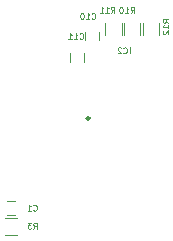
<source format=gbr>
G04 #@! TF.GenerationSoftware,KiCad,Pcbnew,(5.1.4)-1*
G04 #@! TF.CreationDate,2020-08-02T15:41:36-03:00*
G04 #@! TF.ProjectId,esp32_energy_monitor,65737033-325f-4656-9e65-7267795f6d6f,A*
G04 #@! TF.SameCoordinates,PX6d8d2a8PY639eee0*
G04 #@! TF.FileFunction,Legend,Bot*
G04 #@! TF.FilePolarity,Positive*
%FSLAX46Y46*%
G04 Gerber Fmt 4.6, Leading zero omitted, Abs format (unit mm)*
G04 Created by KiCad (PCBNEW (5.1.4)-1) date 2020-08-02 15:41:36*
%MOMM*%
%LPD*%
G04 APERTURE LIST*
%ADD10C,0.120000*%
%ADD11C,0.250000*%
%ADD12C,0.125000*%
G04 APERTURE END LIST*
D10*
G04 #@! TO.C,C1*
X2777000Y10860000D02*
X3477000Y10860000D01*
X3477000Y12060000D02*
X2777000Y12060000D01*
G04 #@! TO.C,C10*
X9427000Y26310000D02*
X9427000Y25610000D01*
X10627000Y25610000D02*
X10627000Y26310000D01*
G04 #@! TO.C,C11*
X9327000Y23810000D02*
X9327000Y24510000D01*
X8127000Y24510000D02*
X8127000Y23810000D01*
D11*
G04 #@! TO.C,IC2*
X9802000Y19010000D02*
G75*
G03X9802000Y19010000I-125000J0D01*
G01*
D10*
G04 #@! TO.C,R3*
X3627000Y10540000D02*
X2627000Y10540000D01*
X2627000Y9180000D02*
X3627000Y9180000D01*
G04 #@! TO.C,R10*
X12747000Y27060000D02*
X12747000Y26060000D01*
X14107000Y26060000D02*
X14107000Y27060000D01*
G04 #@! TO.C,R11*
X12507000Y26060000D02*
X12507000Y27060000D01*
X11147000Y27060000D02*
X11147000Y26060000D01*
G04 #@! TO.C,R12*
X14347000Y27060000D02*
X14347000Y26060000D01*
X15707000Y26060000D02*
X15707000Y27060000D01*
G04 #@! TO.C,C1*
D12*
X5036333Y11251429D02*
X5060142Y11227620D01*
X5131571Y11203810D01*
X5179190Y11203810D01*
X5250619Y11227620D01*
X5298238Y11275239D01*
X5322047Y11322858D01*
X5345857Y11418096D01*
X5345857Y11489524D01*
X5322047Y11584762D01*
X5298238Y11632381D01*
X5250619Y11680000D01*
X5179190Y11703810D01*
X5131571Y11703810D01*
X5060142Y11680000D01*
X5036333Y11656191D01*
X4560142Y11203810D02*
X4845857Y11203810D01*
X4703000Y11203810D02*
X4703000Y11703810D01*
X4750619Y11632381D01*
X4798238Y11584762D01*
X4845857Y11560953D01*
G04 #@! TO.C,C10*
X9973428Y27481429D02*
X9997238Y27457620D01*
X10068666Y27433810D01*
X10116285Y27433810D01*
X10187714Y27457620D01*
X10235333Y27505239D01*
X10259142Y27552858D01*
X10282952Y27648096D01*
X10282952Y27719524D01*
X10259142Y27814762D01*
X10235333Y27862381D01*
X10187714Y27910000D01*
X10116285Y27933810D01*
X10068666Y27933810D01*
X9997238Y27910000D01*
X9973428Y27886191D01*
X9497238Y27433810D02*
X9782952Y27433810D01*
X9640095Y27433810D02*
X9640095Y27933810D01*
X9687714Y27862381D01*
X9735333Y27814762D01*
X9782952Y27790953D01*
X9187714Y27933810D02*
X9140095Y27933810D01*
X9092476Y27910000D01*
X9068666Y27886191D01*
X9044857Y27838572D01*
X9021047Y27743334D01*
X9021047Y27624286D01*
X9044857Y27529048D01*
X9068666Y27481429D01*
X9092476Y27457620D01*
X9140095Y27433810D01*
X9187714Y27433810D01*
X9235333Y27457620D01*
X9259142Y27481429D01*
X9282952Y27529048D01*
X9306761Y27624286D01*
X9306761Y27743334D01*
X9282952Y27838572D01*
X9259142Y27886191D01*
X9235333Y27910000D01*
X9187714Y27933810D01*
G04 #@! TO.C,C11*
X8957428Y25781429D02*
X8981238Y25757620D01*
X9052666Y25733810D01*
X9100285Y25733810D01*
X9171714Y25757620D01*
X9219333Y25805239D01*
X9243142Y25852858D01*
X9266952Y25948096D01*
X9266952Y26019524D01*
X9243142Y26114762D01*
X9219333Y26162381D01*
X9171714Y26210000D01*
X9100285Y26233810D01*
X9052666Y26233810D01*
X8981238Y26210000D01*
X8957428Y26186191D01*
X8481238Y25733810D02*
X8766952Y25733810D01*
X8624095Y25733810D02*
X8624095Y26233810D01*
X8671714Y26162381D01*
X8719333Y26114762D01*
X8766952Y26090953D01*
X8005047Y25733810D02*
X8290761Y25733810D01*
X8147904Y25733810D02*
X8147904Y26233810D01*
X8195523Y26162381D01*
X8243142Y26114762D01*
X8290761Y26090953D01*
G04 #@! TO.C,IC2*
X13188095Y24538810D02*
X13188095Y25038810D01*
X12664285Y24586429D02*
X12688095Y24562620D01*
X12759523Y24538810D01*
X12807142Y24538810D01*
X12878571Y24562620D01*
X12926190Y24610239D01*
X12950000Y24657858D01*
X12973809Y24753096D01*
X12973809Y24824524D01*
X12950000Y24919762D01*
X12926190Y24967381D01*
X12878571Y25015000D01*
X12807142Y25038810D01*
X12759523Y25038810D01*
X12688095Y25015000D01*
X12664285Y24991191D01*
X12473809Y24991191D02*
X12450000Y25015000D01*
X12402380Y25038810D01*
X12283333Y25038810D01*
X12235714Y25015000D01*
X12211904Y24991191D01*
X12188095Y24943572D01*
X12188095Y24895953D01*
X12211904Y24824524D01*
X12497619Y24538810D01*
X12188095Y24538810D01*
G04 #@! TO.C,R3*
X5036333Y9679810D02*
X5203000Y9917905D01*
X5322047Y9679810D02*
X5322047Y10179810D01*
X5131571Y10179810D01*
X5083952Y10156000D01*
X5060142Y10132191D01*
X5036333Y10084572D01*
X5036333Y10013143D01*
X5060142Y9965524D01*
X5083952Y9941715D01*
X5131571Y9917905D01*
X5322047Y9917905D01*
X4869666Y10179810D02*
X4560142Y10179810D01*
X4726809Y9989334D01*
X4655380Y9989334D01*
X4607761Y9965524D01*
X4583952Y9941715D01*
X4560142Y9894096D01*
X4560142Y9775048D01*
X4583952Y9727429D01*
X4607761Y9703620D01*
X4655380Y9679810D01*
X4798238Y9679810D01*
X4845857Y9703620D01*
X4869666Y9727429D01*
G04 #@! TO.C,R10*
X13275428Y27933810D02*
X13442095Y28171905D01*
X13561142Y27933810D02*
X13561142Y28433810D01*
X13370666Y28433810D01*
X13323047Y28410000D01*
X13299238Y28386191D01*
X13275428Y28338572D01*
X13275428Y28267143D01*
X13299238Y28219524D01*
X13323047Y28195715D01*
X13370666Y28171905D01*
X13561142Y28171905D01*
X12799238Y27933810D02*
X13084952Y27933810D01*
X12942095Y27933810D02*
X12942095Y28433810D01*
X12989714Y28362381D01*
X13037333Y28314762D01*
X13084952Y28290953D01*
X12489714Y28433810D02*
X12442095Y28433810D01*
X12394476Y28410000D01*
X12370666Y28386191D01*
X12346857Y28338572D01*
X12323047Y28243334D01*
X12323047Y28124286D01*
X12346857Y28029048D01*
X12370666Y27981429D01*
X12394476Y27957620D01*
X12442095Y27933810D01*
X12489714Y27933810D01*
X12537333Y27957620D01*
X12561142Y27981429D01*
X12584952Y28029048D01*
X12608761Y28124286D01*
X12608761Y28243334D01*
X12584952Y28338572D01*
X12561142Y28386191D01*
X12537333Y28410000D01*
X12489714Y28433810D01*
G04 #@! TO.C,R11*
X11624428Y27967810D02*
X11791095Y28205905D01*
X11910142Y27967810D02*
X11910142Y28467810D01*
X11719666Y28467810D01*
X11672047Y28444000D01*
X11648238Y28420191D01*
X11624428Y28372572D01*
X11624428Y28301143D01*
X11648238Y28253524D01*
X11672047Y28229715D01*
X11719666Y28205905D01*
X11910142Y28205905D01*
X11148238Y27967810D02*
X11433952Y27967810D01*
X11291095Y27967810D02*
X11291095Y28467810D01*
X11338714Y28396381D01*
X11386333Y28348762D01*
X11433952Y28324953D01*
X10672047Y27967810D02*
X10957761Y27967810D01*
X10814904Y27967810D02*
X10814904Y28467810D01*
X10862523Y28396381D01*
X10910142Y28348762D01*
X10957761Y28324953D01*
G04 #@! TO.C,R12*
X16482190Y27118429D02*
X16244095Y27285096D01*
X16482190Y27404143D02*
X15982190Y27404143D01*
X15982190Y27213667D01*
X16006000Y27166048D01*
X16029809Y27142239D01*
X16077428Y27118429D01*
X16148857Y27118429D01*
X16196476Y27142239D01*
X16220285Y27166048D01*
X16244095Y27213667D01*
X16244095Y27404143D01*
X16482190Y26642239D02*
X16482190Y26927953D01*
X16482190Y26785096D02*
X15982190Y26785096D01*
X16053619Y26832715D01*
X16101238Y26880334D01*
X16125047Y26927953D01*
X16029809Y26451762D02*
X16006000Y26427953D01*
X15982190Y26380334D01*
X15982190Y26261286D01*
X16006000Y26213667D01*
X16029809Y26189858D01*
X16077428Y26166048D01*
X16125047Y26166048D01*
X16196476Y26189858D01*
X16482190Y26475572D01*
X16482190Y26166048D01*
G04 #@! TD*
M02*

</source>
